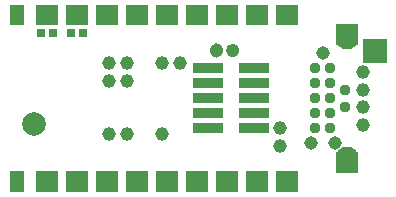
<source format=gbs>
G04 Layer_Color=16711935*
%FSLAX24Y24*%
%MOIN*%
G70*
G01*
G75*
%ADD62C,0.0240*%
%ADD70R,0.0787X0.0787*%
%ADD81C,0.0787*%
%ADD82C,0.0769*%
%ADD83R,0.0296X0.0257*%
%ADD85C,0.0139*%
%ADD86R,0.0769X0.0592*%
%ADD87R,0.0500X0.0592*%
%ADD88C,0.0450*%
%ADD89R,0.0500X0.0158*%
%ADD90R,0.0769X0.0158*%
%ADD91R,0.0769X0.0631*%
%ADD92C,0.0454*%
%ADD93C,0.0370*%
%ADD94R,0.1005X0.0359*%
%ADD95C,0.0375*%
D62*
X9550Y1601D02*
G03*
X9550Y1601I-110J0D01*
G01*
X9010Y1611D02*
G03*
X9010Y1611I-110J0D01*
G01*
Y1589D02*
G03*
X9010Y1589I-110J0D01*
G01*
D70*
X14173Y1575D02*
D03*
D81*
X2820Y-850D02*
D03*
D82*
X13250Y-2000D02*
D03*
Y2000D02*
D03*
D83*
X3447Y2190D02*
D03*
X3053D02*
D03*
X4447D02*
D03*
X4053D02*
D03*
D85*
X9440Y1723D02*
D03*
Y1477D02*
D03*
X8900Y1733D02*
D03*
Y1467D02*
D03*
D86*
X9250Y-2734D02*
D03*
X11250D02*
D03*
X3250Y2734D02*
D03*
X4250D02*
D03*
X7250D02*
D03*
X6250D02*
D03*
X5250D02*
D03*
X3250Y-2734D02*
D03*
X4250D02*
D03*
X5250D02*
D03*
X6250D02*
D03*
X7250D02*
D03*
X8250D02*
D03*
X10250D02*
D03*
X11250Y2734D02*
D03*
X10250D02*
D03*
X8250D02*
D03*
X9250D02*
D03*
D87*
X2250Y-2734D02*
D03*
Y2734D02*
D03*
D88*
X12050Y-1500D02*
D03*
X12850D02*
D03*
X12450Y1500D02*
D03*
D89*
X2250Y3050D02*
D03*
Y-3050D02*
D03*
D90*
X3250D02*
D03*
X4250D02*
D03*
X5250D02*
D03*
X6250D02*
D03*
X7250D02*
D03*
X8250D02*
D03*
X9250D02*
D03*
X10250D02*
D03*
X11250D02*
D03*
X13250Y-2416D02*
D03*
Y2416D02*
D03*
X11250Y3050D02*
D03*
X10250D02*
D03*
X9250D02*
D03*
X8250D02*
D03*
X7250D02*
D03*
X6250D02*
D03*
X5250D02*
D03*
X4250D02*
D03*
X3250D02*
D03*
D91*
X13250Y-2081D02*
D03*
Y2081D02*
D03*
D92*
X13780Y886D02*
D03*
X5315Y-1181D02*
D03*
X7087Y1181D02*
D03*
X11024Y-984D02*
D03*
Y-1575D02*
D03*
X13780Y295D02*
D03*
Y-295D02*
D03*
Y-886D02*
D03*
X7087Y-1181D02*
D03*
X5315Y591D02*
D03*
Y1181D02*
D03*
X5906D02*
D03*
Y591D02*
D03*
Y-1181D02*
D03*
X7677Y1181D02*
D03*
D93*
X12200Y-1000D02*
D03*
Y-500D02*
D03*
Y500D02*
D03*
Y0D02*
D03*
Y1000D02*
D03*
X12700Y-1000D02*
D03*
Y-500D02*
D03*
Y0D02*
D03*
Y500D02*
D03*
Y1000D02*
D03*
D94*
X10168Y-1000D02*
D03*
Y-500D02*
D03*
Y0D02*
D03*
Y500D02*
D03*
Y1000D02*
D03*
X8632Y-1000D02*
D03*
Y-500D02*
D03*
Y0D02*
D03*
Y500D02*
D03*
Y1000D02*
D03*
D95*
X13169Y295D02*
D03*
Y-295D02*
D03*
M02*

</source>
